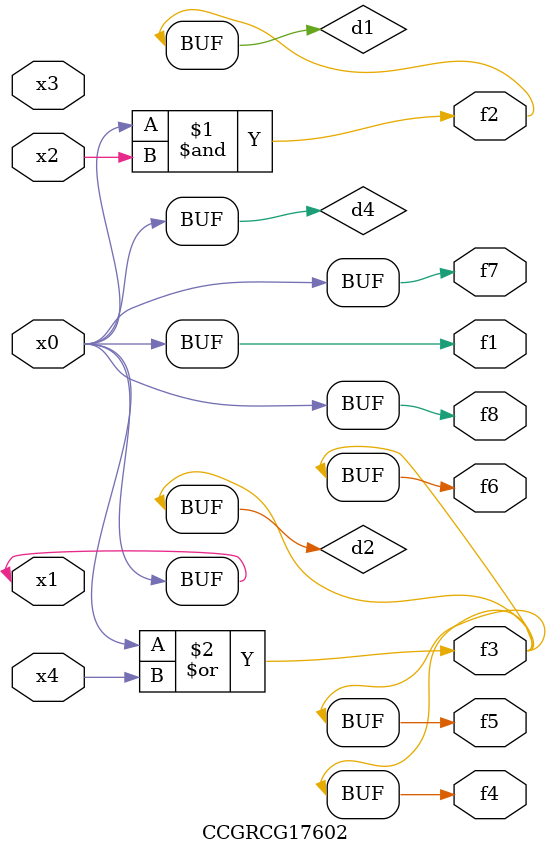
<source format=v>
module CCGRCG17602(
	input x0, x1, x2, x3, x4,
	output f1, f2, f3, f4, f5, f6, f7, f8
);

	wire d1, d2, d3, d4;

	and (d1, x0, x2);
	or (d2, x0, x4);
	nand (d3, x0, x2);
	buf (d4, x0, x1);
	assign f1 = d4;
	assign f2 = d1;
	assign f3 = d2;
	assign f4 = d2;
	assign f5 = d2;
	assign f6 = d2;
	assign f7 = d4;
	assign f8 = d4;
endmodule

</source>
